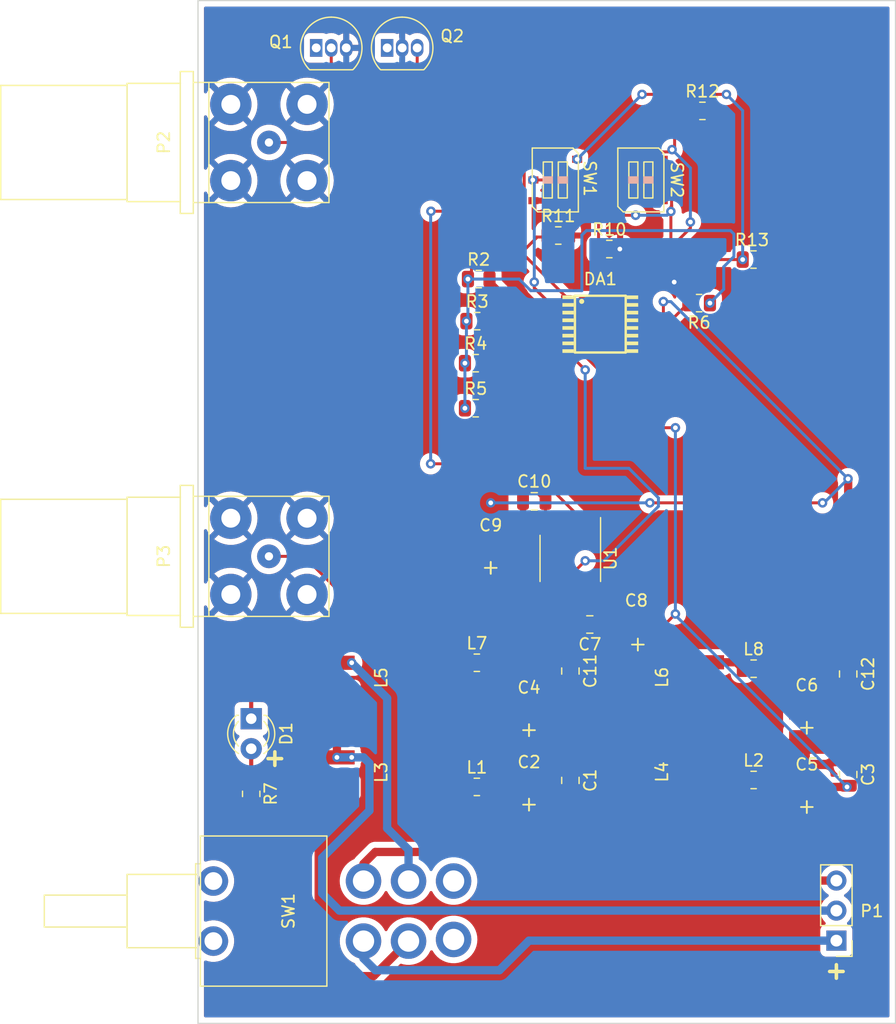
<source format=kicad_pcb>
(kicad_pcb (version 20211014) (generator pcbnew)
  (layers (0 "F.Cu" signal) (31 "B.Cu" signal) (34 "B.Paste" user) (35 "F.Paste" user) (36 "B.SilkS" user "B.Silkscreen") (37 "F.SilkS" user "F.Silkscreen") (38 "B.Mask" user) (39 "F.Mask" user) (44 "Edge.Cuts" user))
  (net 0 "")
  (net 1 "Net-(C1-Pad2)")
  (net 2 "Net-(C1-Pad1)")
  (net 3 "GNDA")
  (net 4 "+12VA")
  (net 5 "Net-(C11-Pad1)")
  (net 6 "-12VA")
  (net 7 "Net-(C14-Pad2)")
  (net 8 "Net-(C20-Pad1)")
  (net 9 "Net-(D1-Pad1)")
  (net 10 "Net-(D1-Pad2)")
  (net 11 "Net-(L1-Pad1)")
  (net 12 "Net-(L2-Pad1)")
  (net 13 "Net-(L3-Pad1)")
  (net 14 "Net-(L3-Pad2)")
  (net 15 "Net-(L5-Pad4)")
  (net 16 "Net-(L6-Pad4)")
  (net 17 "Net-(P1-Pad1)")
  (net 18 "Net-(P1-Pad3)")
  (net 19 "Net-(Q1-Pad1)")
  (net 20 "Net-(Q2-Pad1)")
  (net 21 "Net-(SW1-Pad3)")
  (net 22 "Net-(SW1-Pad6)")
  (net 23 "S1")
  (net 24 "S2")
  (net 25 "S3")
  (net 26 "S4")
  (net 27 "S5")
  (net 28 "A0")
  (net 29 "A1")
  (net 30 "A2")
  (net 31 "EN")
  (footprint "Capacitor_SMD:C_0805_2012Metric" (layer "F.Cu") (at 126.5 140.95 -90)
    (fp_text reference "C1" (at 0 -1.68 90) (layer "F.SilkS"))
    (fp_text value "100nF")
    (pad "1" smd roundrect locked (at -0.95 0 270) (size 1 1.45) (layers "F.Cu" "F.Paste" "F.Mask") (net 2 "Net-(C1-Pad1)"))
    (pad "2" smd roundrect locked (at 0.95 0 270) (size 1 1.45) (layers "F.Cu" "F.Paste" "F.Mask") (net 1 "Net-(C1-Pad2)"))
  )
  (footprint "YC_FootPrint_2021_v1:C_1210_POL_Mine" (layer "F.Cu") (at 123 139.4 90)
    (fp_text reference "C2" (at 0 0) (layer "F.SilkS"))
    (fp_text value "10uF")
    (pad "1" smd rect locked (at -1.9 0 90) (size 2 3) (layers "F.Cu" "F.Paste" "F.Mask") (net 1 "Net-(C1-Pad2)"))
    (pad "2" smd rect locked (at 1.9 0 90) (size 2 3) (layers "F.Cu" "F.Paste" "F.Mask") (net 2 "Net-(C1-Pad1)"))
  )
  (footprint "Capacitor_SMD:C_0805_2012Metric" (layer "F.Cu") (at 150 140.45 -90)
    (fp_text reference "C3" (at 0 -1.68 90) (layer "F.SilkS"))
    (fp_text value "100nF")
    (pad "1" smd roundrect locked (at -0.95 0 270) (size 1 1.45) (layers "F.Cu" "F.Paste" "F.Mask") (net 3 "GNDA"))
    (pad "2" smd roundrect locked (at 0.95 0 270) (size 1 1.45) (layers "F.Cu" "F.Paste" "F.Mask") (net 4 "+12VA"))
  )
  (footprint "YC_FootPrint_2021_v1:C_1210_POL_Mine" (layer "F.Cu") (at 123 133.1 90)
    (fp_text reference "C4" (at 0 0) (layer "F.SilkS"))
    (fp_text value "10uF")
    (pad "1" smd rect locked (at -1.9 0 90) (size 2 3) (layers "F.Cu" "F.Paste" "F.Mask") (net 2 "Net-(C1-Pad1)"))
    (pad "2" smd rect locked (at 1.9 0 90) (size 2 3) (layers "F.Cu" "F.Paste" "F.Mask") (net 5 "Net-(C11-Pad1)"))
  )
  (footprint "YC_FootPrint_2021_v1:C_1210_POL_Mine" (layer "F.Cu") (at 146.5 139.6 90)
    (fp_text reference "C5" (at 0 0) (layer "F.SilkS"))
    (fp_text value "10uF")
    (pad "1" smd rect locked (at -1.9 0 90) (size 2 3) (layers "F.Cu" "F.Paste" "F.Mask") (net 4 "+12VA"))
    (pad "2" smd rect locked (at 1.9 0 90) (size 2 3) (layers "F.Cu" "F.Paste" "F.Mask") (net 3 "GNDA"))
  )
  (footprint "YC_FootPrint_2021_v1:C_1210_POL_Mine" (layer "F.Cu") (at 146.5 132.9 90)
    (fp_text reference "C6" (at 0 0) (layer "F.SilkS"))
    (fp_text value "10uF")
    (pad "1" smd rect locked (at -1.9 0 90) (size 2 3) (layers "F.Cu" "F.Paste" "F.Mask") (net 3 "GNDA"))
    (pad "2" smd rect locked (at 1.9 0 90) (size 2 3) (layers "F.Cu" "F.Paste" "F.Mask") (net 6 "-12VA"))
  )
  (footprint "Capacitor_SMD:C_0805_2012Metric" (layer "F.Cu") (at 128.143 127.762 180)
    (fp_text reference "C7" (at 0 -1.68) (layer "F.SilkS"))
    (fp_text value "0.1uF")
    (pad "1" smd roundrect locked (at -0.95 0 180) (size 1 1.45) (layers "F.Cu" "F.Paste" "F.Mask") (net 3 "GNDA"))
    (pad "2" smd roundrect locked (at 0.95 0 180) (size 1 1.45) (layers "F.Cu" "F.Paste" "F.Mask") (net 4 "+12VA"))
  )
  (footprint "YC_FootPrint_2021_v1:C_1210_POL_Mine" (layer "F.Cu") (at 132.207 125.862 90)
    (fp_text reference "C8" (at 0.1245 -0.127) (layer "F.SilkS"))
    (fp_text value "10uF")
    (pad "1" smd rect locked (at -1.9 0 90) (size 2 3) (layers "F.Cu" "F.Paste" "F.Mask") (net 4 "+12VA"))
    (pad "2" smd rect locked (at 1.9 0 90) (size 2 3) (layers "F.Cu" "F.Paste" "F.Mask") (net 3 "GNDA"))
  )
  (footprint "Capacitor_SMD:C_0805_2012Metric" (layer "F.Cu") (at 123.444 117.348)
    (fp_text reference "C10" (at 0 -1.68) (layer "F.SilkS"))
    (fp_text value "0.1uF")
    (pad "1" smd roundrect locked (at -0.95 0) (size 1 1.45) (layers "F.Cu" "F.Paste" "F.Mask") (net 3 "GNDA"))
    (pad "2" smd roundrect locked (at 0.95 0) (size 1 1.45) (layers "F.Cu" "F.Paste" "F.Mask") (net 6 "-12VA"))
  )
  (footprint "Capacitor_SMD:C_0805_2012Metric" (layer "F.Cu") (at 126.5 131.7 -90)
    (fp_text reference "C11" (at 0 -1.68 90) (layer "F.SilkS"))
    (fp_text value "100nF")
    (pad "1" smd roundrect locked (at -0.95 0 270) (size 1 1.45) (layers "F.Cu" "F.Paste" "F.Mask") (net 5 "Net-(C11-Pad1)"))
    (pad "2" smd roundrect locked (at 0.95 0 270) (size 1 1.45) (layers "F.Cu" "F.Paste" "F.Mask") (net 2 "Net-(C1-Pad1)"))
  )
  (footprint "Capacitor_SMD:C_0805_2012Metric" (layer "F.Cu") (at 150 131.95 -90)
    (fp_text reference "C12" (at 0 -1.68 90) (layer "F.SilkS"))
    (fp_text value "100nF")
    (pad "1" smd roundrect locked (at -0.95 0 270) (size 1 1.45) (layers "F.Cu" "F.Paste" "F.Mask") (net 6 "-12VA"))
    (pad "2" smd roundrect locked (at 0.95 0 270) (size 1 1.45) (layers "F.Cu" "F.Paste" "F.Mask") (net 3 "GNDA"))
  )
  (footprint "Resistor_SMD:R_0805_2012Metric" (layer "F.Cu") (at 118.5875 141.5)
    (fp_text reference "L1" (at 0 -1.65) (layer "F.SilkS"))
    (fp_text value "FB 600 Ohm")
    (pad "1" smd roundrect locked (at -0.9125 0) (size 1.025 1.4) (layers "F.Cu" "F.Paste" "F.Mask") (roundrect_rratio 0.243902) (net 11 "Net-(L1-Pad1)"))
    (pad "2" smd roundrect locked (at 0.9125 0) (size 1.025 1.4) (layers "F.Cu" "F.Paste" "F.Mask") (roundrect_rratio 0.243902) (net 1 "Net-(C1-Pad2)"))
  )
  (footprint "Resistor_SMD:R_0805_2012Metric" (layer "F.Cu") (at 142 140.9125)
    (fp_text reference "L2" (at 0 -1.65) (layer "F.SilkS"))
    (fp_text value "FB 600 Ohm")
    (pad "1" smd roundrect locked (at -0.9125 0) (size 1.025 1.4) (layers "F.Cu" "F.Paste" "F.Mask") (roundrect_rratio 0.243902) (net 12 "Net-(L2-Pad1)"))
    (pad "2" smd roundrect locked (at 0.9125 0) (size 1.025 1.4) (layers "F.Cu" "F.Paste" "F.Mask") (roundrect_rratio 0.243902) (net 4 "+12VA"))
  )
  (footprint "YC_FootPrint_2021_v1:Murata_Choke_1423" (layer "F.Cu") (at 110.5 140.27)
    (fp_text reference "L3" (at 0 0 90) (layer "F.SilkS"))
    (fp_text value "L_Core_Ferrite_Coupled_1423" hide)
    (pad "1" smd rect locked (at -3.75 -1.27) (size 3 1.2) (layers "F.Cu" "F.Paste" "F.Mask") (net 13 "Net-(L3-Pad1)"))
    (pad "2" smd rect locked (at -3.75 1.27) (size 3 1.2) (layers "F.Cu" "F.Paste" "F.Mask") (net 14 "Net-(L3-Pad2)"))
    (pad "3" smd rect locked (at 3.75 1.27) (size 3 1.2) (layers "F.Cu" "F.Paste" "F.Mask") (net 11 "Net-(L1-Pad1)"))
    (pad "4" smd rect locked (at 3.75 -1.27) (size 3 1.2) (layers "F.Cu" "F.Paste" "F.Mask") (net 2 "Net-(C1-Pad1)"))
  )
  (footprint "YC_FootPrint_2021_v1:Murata_Choke_1423" (layer "F.Cu") (at 134.25 140.23)
    (fp_text reference "L4" (at 0 0 90) (layer "F.SilkS"))
    (fp_text value "L_Core_Ferrite_Coupled_1423" hide)
    (pad "1" smd rect locked (at -3.75 -1.27) (size 3 1.2) (layers "F.Cu" "F.Paste" "F.Mask") (net 2 "Net-(C1-Pad1)"))
    (pad "2" smd rect locked (at -3.75 1.27) (size 3 1.2) (layers "F.Cu" "F.Paste" "F.Mask") (net 1 "Net-(C1-Pad2)"))
    (pad "3" smd rect locked (at 3.75 1.27) (size 3 1.2) (layers "F.Cu" "F.Paste" "F.Mask") (net 12 "Net-(L2-Pad1)"))
    (pad "4" smd rect locked (at 3.75 -1.27) (size 3 1.2) (layers "F.Cu" "F.Paste" "F.Mask") (net 3 "GNDA"))
  )
  (footprint "Resistor_SMD:R_0805_2012Metric" (layer "F.Cu") (at 118.5875 131)
    (fp_text reference "L7" (at 0 -1.65) (layer "F.SilkS"))
    (fp_text value "FB 600 Ohm")
    (pad "1" smd roundrect locked (at -0.9125 0) (size 1.025 1.4) (layers "F.Cu" "F.Paste" "F.Mask") (roundrect_rratio 0.243902) (net 15 "Net-(L5-Pad4)"))
    (pad "2" smd roundrect locked (at 0.9125 0) (size 1.025 1.4) (layers "F.Cu" "F.Paste" "F.Mask") (roundrect_rratio 0.243902) (net 5 "Net-(C11-Pad1)"))
  )
  (footprint "Resistor_SMD:R_0805_2012Metric" (layer "F.Cu") (at 142 131.5)
    (fp_text reference "L8" (at 0 -1.65) (layer "F.SilkS"))
    (fp_text value "FB 600 Ohm")
    (pad "1" smd roundrect locked (at -0.9125 0) (size 1.025 1.4) (layers "F.Cu" "F.Paste" "F.Mask") (roundrect_rratio 0.243902) (net 16 "Net-(L6-Pad4)"))
    (pad "2" smd roundrect locked (at 0.9125 0) (size 1.025 1.4) (layers "F.Cu" "F.Paste" "F.Mask") (roundrect_rratio 0.243902) (net 6 "-12VA"))
  )
  (footprint "Package_TO_SOT_THT:TO-92_Inline" (layer "F.Cu") (at 111 79)
    (fp_text reference "Q2" (at 5.5 -1) (layer "F.SilkS"))
    (fp_text value "2N3904")
    (pad "1" thru_hole rect locked (at 0 0) (size 1.05 1.5) (drill 0.75) (layers *.Cu *.Mask) (net 20 "Net-(Q2-Pad1)"))
    (pad "2" thru_hole oval locked (at 1.27 0) (size 1.05 1.5) (drill 0.75) (layers *.Cu *.Mask) (net 3 "GNDA"))
    (pad "3" thru_hole oval locked (at 2.54 0) (size 1.05 1.5) (drill 0.75) (layers *.Cu *.Mask) (net 7 "Net-(C14-Pad2)"))
  )
  (footprint "Resistor_SMD:R_0805_2012Metric" (layer "F.Cu") (at 99.5 142.0875 -90)
    (fp_text reference "R7" (at 0 -1.65 90) (layer "F.SilkS"))
    (fp_text value "2.2k")
    (pad "1" smd roundrect locked (at -0.9125 0 270) (size 1.025 1.4) (layers "F.Cu" "F.Paste" "F.Mask") (roundrect_rratio 0.243902) (net 10 "Net-(D1-Pad2)"))
    (pad "2" smd roundrect locked (at 0.9125 0 270) (size 1.025 1.4) (layers "F.Cu" "F.Paste" "F.Mask") (roundrect_rratio 0.243902) (net 14 "Net-(L3-Pad2)"))
  )
  (footprint "YC_FootPrint_2021_v1:Murata_Choke_1423" (layer "F.Cu") (at 110.5 132.27)
    (fp_text reference "L5" (at 0 0 90) (layer "F.SilkS"))
    (fp_text value "L_Core_Ferrite_Coupled_1423" hide)
    (pad "1" smd rect locked (at -3.75 -1.27) (size 3 1.2) (layers "F.Cu" "F.Paste" "F.Mask") (net 9 "Net-(D1-Pad1)"))
    (pad "2" smd rect locked (at -3.75 1.27) (size 3 1.2) (layers "F.Cu" "F.Paste" "F.Mask") (net 13 "Net-(L3-Pad1)"))
    (pad "3" smd rect locked (at 3.75 1.27) (size 3 1.2) (layers "F.Cu" "F.Paste" "F.Mask") (net 2 "Net-(C1-Pad1)"))
    (pad "4" smd rect locked (at 3.75 -1.27) (size 3 1.2) (layers "F.Cu" "F.Paste" "F.Mask") (net 15 "Net-(L5-Pad4)"))
  )
  (footprint "YC_FootPrint_2021_v1:Murata_Choke_1423" (layer "F.Cu") (at 134.25 132.23)
    (fp_text reference "L6" (at 0 0 90) (layer "F.SilkS"))
    (fp_text value "L_Core_Ferrite_Coupled_1423" hide)
    (pad "1" smd rect locked (at -3.75 -1.27) (size 3 1.2) (layers "F.Cu" "F.Paste" "F.Mask") (net 5 "Net-(C11-Pad1)"))
    (pad "2" smd rect locked (at -3.75 1.27) (size 3 1.2) (layers "F.Cu" "F.Paste" "F.Mask") (net 2 "Net-(C1-Pad1)"))
    (pad "3" smd rect locked (at 3.75 1.27) (size 3 1.2) (layers "F.Cu" "F.Paste" "F.Mask") (net 3 "GNDA"))
    (pad "4" smd rect locked (at 3.75 -1.27) (size 3 1.2) (layers "F.Cu" "F.Paste" "F.Mask") (net 16 "Net-(L6-Pad4)"))
  )
  (footprint "Connector_PinHeader_2.54mm:PinHeader_1x03_P2.54mm_Vertical" (layer "F.Cu") (at 149 154.5 180)
    (fp_text reference "P1" (at -3 2.5) (layer "F.SilkS"))
    (fp_text value "CONN_01X03")
    (pad "1" thru_hole rect locked (at 0 0 180) (size 1.7 1.7) (drill 1) (layers *.Cu *.Mask) (net 17 "Net-(P1-Pad1)"))
    (pad "2" thru_hole oval locked (at 0 2.54 180) (size 1.7 1.7) (drill 1) (layers *.Cu *.Mask) (net 13 "Net-(L3-Pad1)"))
    (pad "3" thru_hole oval locked (at 0 5.08 180) (size 1.7 1.7) (drill 1) (layers *.Cu *.Mask) (net 18 "Net-(P1-Pad3)"))
  )
  (footprint "YC_FootPrint_2021_v1:C_1210_POL_Mine" (layer "F.Cu") (at 119.761 119.375 90)
    (fp_text reference "C9" (at 0 0) (layer "F.SilkS"))
    (fp_text value "10uF")
    (pad "1" smd rect locked (at -1.9 0 90) (size 2 3) (layers "F.Cu" "F.Paste" "F.Mask") (net 3 "GNDA"))
    (pad "2" smd rect locked (at 1.9 0 90) (size 2 3) (layers "F.Cu" "F.Paste" "F.Mask") (net 6 "-12VA"))
  )
  (footprint "Package_TO_SOT_THT:TO-92_Inline" (layer "F.Cu") (at 105 79)
    (fp_text reference "Q1" (at -3 -0.5) (layer "F.SilkS"))
    (fp_text value "2N3904")
    (pad "1" thru_hole rect locked (at 0 0) (size 1.05 1.5) (drill 0.75) (layers *.Cu *.Mask) (net 19 "Net-(Q1-Pad1)"))
    (pad "2" thru_hole oval locked (at 1.27 0) (size 1.05 1.5) (drill 0.75) (layers *.Cu *.Mask) (net 7 "Net-(C14-Pad2)"))
    (pad "3" thru_hole oval locked (at 2.54 0) (size 1.05 1.5) (drill 0.75) (layers *.Cu *.Mask) (net 3 "GNDA"))
  )
  (footprint "YC_FootPrint_2021_v1:LED_D3.0mm" (layer "F.Cu") (at 99.5 137 -90)
    (fp_text reference "D1" (at 0 -2.96 90) (layer "F.SilkS"))
    (fp_text value "LED")
    (pad "1" thru_hole rect locked (at -1.27 0 270) (size 1.8 1.8) (drill 0.9) (layers *.Cu *.Mask) (net 9 "Net-(D1-Pad1)"))
    (pad "2" thru_hole circle locked (at 1.27 0 270) (size 1.8 1.8) (drill 0.9) (layers *.Cu *.Mask) (net 10 "Net-(D1-Pad2)"))
  )
  (footprint "YC_FootPrint_2021_v1:BNC_PCB_90degree" (layer "F.Cu") (at 101 87 -90)
    (fp_text reference "P2" (at 0 8.89 90) (layer "F.SilkS"))
    (fp_text value "BNC")
    (pad "1" thru_hole circle locked (at 0 0 270) (size 2 2) (drill 0.7) (layers *.Cu *.Mask) (net 7 "Net-(C14-Pad2)"))
    (pad "2" thru_hole circle locked (at 3.225 3.225 270) (size 3.5 3.5) (drill 1.6) (layers *.Cu *.Mask) (net 3 "GNDA"))
    (pad "2" thru_hole circle locked (at 3.225 -3.225 270) (size 3.5 3.5) (drill 1.6) (layers *.Cu *.Mask) (net 3 "GNDA"))
    (pad "2" thru_hole circle locked (at -3.225 3.225 270) (size 3.5 3.5) (drill 1.6) (layers *.Cu *.Mask) (net 3 "GNDA"))
    (pad "2" thru_hole circle locked (at -3.225 -3.225 270) (size 3.5 3.5) (drill 1.6) (layers *.Cu *.Mask) (net 3 "GNDA"))
  )
  (footprint "YC_FootPrint_2021_v1:BNC_PCB_90degree" (layer "F.Cu") (at 101 122 -90)
    (fp_text reference "P3" (at 0 8.89 90) (layer "F.SilkS"))
    (fp_text value "BNC")
    (pad "1" thru_hole circle locked (at 0 0 270) (size 2 2) (drill 0.7) (layers *.Cu *.Mask) (net 8 "Net-(C20-Pad1)"))
    (pad "2" thru_hole circle locked (at 3.225 3.225 270) (size 3.5 3.5) (drill 1.6) (layers *.Cu *.Mask) (net 3 "GNDA"))
    (pad "2" thru_hole circle locked (at 3.225 -3.225 270) (size 3.5 3.5) (drill 1.6) (layers *.Cu *.Mask) (net 3 "GNDA"))
    (pad "2" thru_hole circle locked (at -3.225 -3.225 270) (size 3.5 3.5) (drill 1.6) (layers *.Cu *.Mask) (net 3 "GNDA"))
    (pad "2" thru_hole circle locked (at -3.225 3.225 270) (size 3.5 3.5) (drill 1.6) (layers *.Cu *.Mask) (net 3 "GNDA"))
  )
  (footprint "YC_FootPrint_2021_v1:Toggle_PCB" (layer "F.Cu") (at 109 152 -90)
    (fp_text reference "SW1" (at 0 6.35 90) (layer "F.SilkS"))
    (fp_text value "Toggle_SW_PCB")
    (pad "" thru_hole circle locked (at 2.54 12.7 270) (size 2.5 2.5) (drill 1.5) (layers *.Cu *.Mask))
    (pad "" thru_hole circle locked (at -2.54 12.7 270) (size 2.5 2.5) (drill 1.5) (layers *.Cu *.Mask))
    (pad "1" thru_hole circle locked (at -2.54 0 270) (size 3 3) (drill 1.8) (layers *.Cu *.Mask) (net 18 "Net-(P1-Pad3)"))
    (pad "2" thru_hole circle locked (at -2.54 -3.81 270) (size 3 3) (drill 1.8) (layers *.Cu *.Mask) (net 9 "Net-(D1-Pad1)"))
    (pad "3" thru_hole circle locked (at -2.54 -7.62 270) (size 3 3) (drill 1.8) (layers *.Cu *.Mask) (net 21 "Net-(SW1-Pad3)"))
    (pad "4" thru_hole circle locked (at 2.54 0 270) (size 3 3) (drill 1.8) (layers *.Cu *.Mask) (net 17 "Net-(P1-Pad1)"))
    (pad "5" thru_hole circle locked (at 2.54 -3.81 270) (size 3 3) (drill 1.8) (layers *.Cu *.Mask) (net 14 "Net-(L3-Pad2)"))
    (pad "6" thru_hole circle locked (at 2.4 -7.62 270) (size 3 3) (drill 1.8) (layers *.Cu *.Mask) (net 22 "Net-(SW1-Pad6)"))
  )
  (footprint "Resistor_SMD:R_0805_2012Metric" (layer "F.Cu") (at 141.986 96.901)
    (fp_text reference "R13" (at -0.127 -1.65) (layer "F.SilkS"))
    (fp_text value "10k")
    (pad "1" smd roundrect (at -0.9125 0) (size 1.025 1.4) (layers "F.Cu" "F.Paste" "F.Mask") (roundrect_rratio 0.243902) (net 29 "A1"))
    (pad "2" smd roundrect (at 0.9125 0) (size 1.025 1.4) (layers "F.Cu" "F.Paste" "F.Mask") (roundrect_rratio 0.243902) (net 3 "GNDA"))
  )
  (footprint "Resistor_SMD:R_0805_2012Metric" (layer "F.Cu") (at 137.668 84.328)
    (fp_text reference "R12" (at 0 -1.65) (layer "F.SilkS"))
    (fp_text value "10k")
    (pad "1" smd roundrect (at -0.9125 0) (size 1.025 1.4) (layers "F.Cu" "F.Paste" "F.Mask") (roundrect_rratio 0.243902) (net 30 "A2"))
    (pad "2" smd roundrect (at 0.9125 0) (size 1.025 1.4) (layers "F.Cu" "F.Paste" "F.Mask") (roundrect_rratio 0.243902) (net 3 "GNDA"))
  )
  (footprint "Resistor_SMD:R_0805_2012Metric" (layer "F.Cu") (at 118.618 102.108)
    (fp_text reference "R3" (at 0 -1.65) (layer "F.SilkS"))
    (fp_text value "1M")
    (pad "1" smd roundrect (at -0.9125 0) (size 1.025 1.4) (layers "F.Cu" "F.Paste" "F.Mask") (roundrect_rratio 0.243902) (net 7 "Net-(C14-Pad2)"))
    (pad "2" smd roundrect (at 0.9125 0) (size 1.025 1.4) (layers "F.Cu" "F.Paste" "F.Mask") (roundrect_rratio 0.243902) (net 24 "S2"))
  )
  (footprint "Resistor_SMD:R_0805_2012Metric" (layer "F.Cu") (at 118.491 105.664)
    (fp_text reference "R4" (at 0 -1.65) (layer "F.SilkS"))
    (fp_text value "10M")
    (pad "1" smd roundrect (at -0.9125 0) (size 1.025 1.4) (layers "F.Cu" "F.Paste" "F.Mask") (roundrect_rratio 0.243902) (net 7 "Net-(C14-Pad2)"))
    (pad "2" smd roundrect (at 0.9125 0) (size 1.025 1.4) (layers "F.Cu" "F.Paste" "F.Mask") (roundrect_rratio 0.243902) (net 25 "S3"))
  )
  (footprint "ADG1408:TSSOP16_TERM" (layer "F.Cu") (at 129.032 102.362)
    (fp_text reference "DA1" (at 0 -3.81) (layer "F.SilkS"))
    (fp_text value "ADG1408")
    (pad "1" smd rect locked (at -2.875 -2.275) (size 0.9 0.35) (layers "F.Cu" "F.Paste" "F.Mask") (net 28 "A0"))
    (pad "2" smd rect locked (at -2.875 -1.625) (size 0.9 0.35) (layers "F.Cu" "F.Paste" "F.Mask") (net 31 "EN"))
    (pad "3" smd rect locked (at -2.875 -0.975) (size 0.9 0.35) (layers "F.Cu" "F.Paste" "F.Mask") (net 4 "+12VA"))
    (pad "4" smd rect locked (at -2.875 -0.325) (size 0.9 0.35) (layers "F.Cu" "F.Paste" "F.Mask") (net 23 "S1"))
    (pad "5" smd rect locked (at -2.875 0.325) (size 0.9 0.35) (layers "F.Cu" "F.Paste" "F.Mask") (net 24 "S2"))
    (pad "6" smd rect locked (at -2.875 0.975) (size 0.9 0.35) (layers "F.Cu" "F.Paste" "F.Mask") (net 25 "S3"))
    (pad "7" smd rect locked (at -2.875 1.625) (size 0.9 0.35) (layers "F.Cu" "F.Paste" "F.Mask") (net 26 "S4"))
    (pad "8" smd rect locked (at -2.875 2.275) (size 0.9 0.35) (layers "F.Cu" "F.Paste" "F.Mask") (net 8 "Net-(C20-Pad1)"))
    (pad "9" smd rect locked (at 2.875 2.275 180) (size 0.9 0.35) (layers "F.Cu" "F.Paste" "F.Mask") (net 3 "GNDA"))
    (pad "10" smd rect locked (at 2.875 1.625 180) (size 0.9 0.35) (layers "F.Cu" "F.Paste" "F.Mask") (net 3 "GNDA"))
    (pad "11" smd rect locked (at 2.875 0.975 180) (size 0.9 0.35) (layers "F.Cu" "F.Paste" "F.Mask") (net 3 "GNDA"))
    (pad "12" smd rect locked (at 2.875 0.325 180) (size 0.9 0.35) (layers "F.Cu" "F.Paste" "F.Mask") (net 27 "S5"))
    (pad "13" smd rect locked (at 2.875 -0.325 180) (size 0.9 0.35) (layers "F.Cu" "F.Paste" "F.Mask") (net 6 "-12VA"))
    (pad "14" smd rect locked (at 2.875 -0.975 180) (size 0.9 0.35) (layers "F.Cu" "F.Paste" "F.Mask") (net 3 "GNDA"))
    (pad "15" smd rect locked (at 2.875 -1.625 180) (size 0.9 0.35) (layers "F.Cu" "F.Paste" "F.Mask") (net 30 "A2"))
    (pad "16" smd rect locked (at 2.875 -2.275 180) (size 0.9 0.35) (layers "F.Cu" "F.Paste" "F.Mask") (net 29 "A1"))
    (pad "P$1" smd rect locked (at 0 0 90) (size 3.7 3) (layers "F.Cu" "F.Paste" "F.Mask"))
  )
  (footprint "Resistor_SMD:R_0805_2012Metric" (layer "F.Cu") (at 137.3905 100.584 180)
    (fp_text reference "R6" (at 0 -1.65 180) (layer "F.SilkS"))
    (fp_text value "1G")
    (pad "1" smd roundrect (at -0.9125 0 180) (size 1.025 1.4) (layers "F.Cu" "F.Paste" "F.Mask") (roundrect_rratio 0.243902) (net 7 "Net-(C14-Pad2)"))
    (pad "2" smd roundrect (at 0.9125 0 180) (size 1.025 1.4) (layers "F.Cu" "F.Paste" "F.Mask") (roundrect_rratio 0.243902) (net 27 "S5"))
  )
  (footprint "Resistor_SMD:R_0805_2012Metric" (layer "F.Cu") (at 129.794 96.012)
    (fp_text reference "R10" (at 0 -1.65) (layer "F.SilkS"))
    (fp_text value "10k")
    (pad "1" smd roundrect (at -0.9125 0) (size 1.025 1.4) (layers "F.Cu" "F.Paste" "F.Mask") (roundrect_rratio 0.243902) (net 31 "EN"))
    (pad "2" smd roundrect (at 0.9125 0) (size 1.025 1.4) (layers "F.Cu" "F.Paste" "F.Mask") (roundrect_rratio 0.243902) (net 3 "GNDA"))
  )
  (footprint "Resistor_SMD:R_0805_2012Metric" (layer "F.Cu") (at 125.476 94.869)
    (fp_text reference "R11" (at 0 -1.65) (layer "F.SilkS"))
    (fp_text value "10k")
    (pad "1" smd roundrect (at -0.9125 0) (size 1.025 1.4) (layers "F.Cu" "F.Paste" "F.Mask") (roundrect_rratio 0.243902) (net 28 "A0"))
    (pad "2" smd roundrect (at 0.9125 0) (size 1.025 1.4) (layers "F.Cu" "F.Paste" "F.Mask") (roundrect_rratio 0.243902) (net 3 "GNDA"))
  )
  (footprint "My library:CAS-D20A1" (layer "F.Cu") (at 132.461 90.17 -90)
    (fp_text reference "SW2" (at 0 -3.048 -90 unlocked) (layer "F.SilkS"))
    (fp_text value "CAS-D20A1")
    (pad "1" smd rect (at -1.75 1.85) (size 0.85 0.6) (layers "F.Cu" "F.Paste" "F.Mask") (net 30 "A2"))
    (pad "2" smd rect (at 0 1.85) (size 0.85 0.6) (layers "F.Cu" "F.Paste" "F.Mask") (net 4 "+12VA"))
    (pad "3" smd rect (at 1.75 1.85) (size 0.85 0.6) (layers "F.Cu" "F.Paste" "F.Mask") (net 3 "GNDA"))
    (pad "4" smd rect (at -1.75 -1.85) (size 0.85 0.6) (layers "F.Cu" "F.Paste" "F.Mask") (net 31 "EN"))
    (pad "5" smd rect (at 0 -1.85) (size 0.85 0.6) (layers "F.Cu" "F.Paste" "F.Mask") (net 4 "+12VA"))
    (pad "6" smd rect (at 1.75 -1.85) (size 0.85 0.6) (layers "F.Cu" "F.Paste" "F.Mask") (net 3 "GNDA"))
  )
  (footprint "Resistor_SMD:R_0805_2012Metric" (layer "F.Cu") (at 118.745 98.552)
    (fp_text reference "R2" (at 0 -1.65) (layer "F.SilkS"))
    (fp_text value "100k")
    (pad "1" smd roundrect (at -0.9125 0) (size 1.025 1.4) (layers "F.Cu" "F.Paste" "F.Mask") (roundrect_rratio 0.243902) (net 7 "Net-(C14-Pad2)"))
    (pad "2" smd roundrect (at 0.9125 0) (size 1.025 1.4) (layers "F.Cu" "F.Paste" "F.Mask") (roundrect_rratio 0.243902) (net 23 "S1"))
  )
  (footprint "My library:CAS-D20A1" (layer "F.Cu") (at 125.222 90.17 -90)
    (fp_text reference "SW1" (at -0.127 -2.921 -90 unlocked) (layer "F.SilkS"))
    (fp_text value "CAS-D20A1")
    (pad "1" smd rect (at -1.75 1.85) (size 0.85 0.6) (layers "F.Cu" "F.Paste" "F.Mask") (net 28 "A0"))
    (pad "2" smd rect (at 0 1.85) (size 0.85 0.6) (layers "F.Cu" "F.Paste" "F.Mask") (net 4 "+12VA"))
    (pad "3" smd rect (at 1.75 1.85) (size 0.85 0.6) (layers "F.Cu" "F.Paste" "F.Mask") (net 3 "GNDA"))
    (pad "4" smd rect (at -1.75 -1.85) (size 0.85 0.6) (layers "F.Cu" "F.Paste" "F.Mask") (net 29 "A1"))
    (pad "5" smd rect (at 0 -1.85) (size 0.85 0.6) (layers "F.Cu" "F.Paste" "F.Mask") (net 4 "+12VA"))
    (pad "6" smd rect (at 1.75 -1.85) (size 0.85 0.6) (layers "F.Cu" "F.Paste" "F.Mask") (net 3 "GNDA"))
  )
  (footprint "Resistor_SMD:R_0805_2012Metric" (layer "F.Cu") (at 118.491 109.474)
    (fp_text reference "R5" (at 0 -1.65) (layer "F.SilkS"))
    (fp_text value "100M")
    (pad "1" smd roundrect (at -0.9125 0) (size 1.025 1.4) (layers "F.Cu" "F.Paste" "F.Mask") (roundrect_rratio 0.243902) (net 7 "Net-(C14-Pad2)"))
    (pad "2" smd roundrect (at 0.9125 0) (size 1.025 1.4) (layers "F.Cu" "F.Paste" "F.Mask") (roundrect_rratio 0.243902) (net 26 "S4"))
  )
  (footprint "Package_SO:SOIC-8_3.9x4.9mm_P1.27mm" (layer "F.Cu") (at 126.492 122.174 -90)
    (fp_text reference "U1" (at 0 -3.4 90) (layer "F.SilkS"))
    (fp_text value "OPA828")
    (pad "1" smd roundrect (at -2.475 -1.905 270) (size 1.95 0.6) (layers "F.Cu" "F.Paste" "F.Mask"))
    (pad "2" smd roundrect (at -2.475 -0.635 270) (size 1.95 0.6) (layers "F.Cu" "F.Paste" "F.Mask") (net 7 "Net-(C14-Pad2)"))
    (pad "3" smd roundrect (at -2.475 0.635 270) (size 1.95 0.6) (layers "F.Cu" "F.Paste" "F.Mask") (net 3 "GNDA"))
    (pad "4" smd roundrect (at -2.475 1.905 270) (size 1.95 0.6) (layers "F.Cu" "F.Paste" "F.Mask") (net 6 "-12VA"))
    (pad "5" smd roundrect (at 2.475 1.905 270) (size 1.95 0.6) (layers "F.Cu" "F.Paste" "F.Mask"))
    (pad "6" smd roundrect (at 2.475 0.635 270) (size 1.95 0.6) (layers "F.Cu" "F.Paste" "F.Mask") (net 8 "Net-(C20-Pad1)"))
    (pad "7" smd roundrect (at 2.475 -0.635 270) (size 1.95 0.6) (layers "F.Cu" "F.Paste" "F.Mask") (net 4 "+12VA"))
    (pad "8" smd roundrect (at 2.475 -1.905 270) (size 1.95 0.6) (layers "F.Cu" "F.Paste" "F.Mask"))
  )
  (gr_line (start 154 75) (end 95 75) (layer "Edge.Cuts") (width 0.1))
  (gr_line (start 95 161.5) (end 154 161.5) (layer "Edge.Cuts") (width 0.1))
  (gr_line (start 95 75) (end 95 161.5) (layer "Edge.Cuts") (width 0.1))
  (gr_line (start 154 161.5) (end 154 75) (layer "Edge.Cuts") (width 0.1))
  (gr_text "+" (at 101.5 139) (layer "F.SilkS") (effects (font (size 1.5 1.5) (thickness 0.3))))
  (gr_text "+" (at 149 157) (layer "F.SilkS") (effects (font (size 1.5 1.5) (thickness 0.3))))
  (segment (start 122.8 141.5) (end 123 141.3) (width 0.7) (layer "F.Cu") (net 1))
  (segment (start 126.5 141.9) (end 130.1 141.9) (width 0.7) (layer "F.Cu") (net 1))
  (segment (start 125.9 141.3) (end 126.5 141.9) (width 0.7) (layer "F.Cu") (net 1))
  (segment (start 123 141.3) (end 125.9 141.3) (width 0.7) (layer "F.Cu") (net 1))
  (segment (start 119.5 141.5) (end 122.8 141.5) (width 0.7) (layer "F.Cu") (net 1))
  (segment (start 130.1 141.9) (end 130.5 141.5) (width 0.7) (layer "F.Cu") (net 1))
  (segment (start 122.75 136.25) (end 123 136) (width 0.7) (layer "F.Cu") (net 2))
  (segment (start 114.25 136.25) (end 114.25 139) (width 0.7) (layer "F.Cu") (net 2))
  (segment (start 126.5 140) (end 127.5 139) (width 0.7) (layer "F.Cu") (net 2))
  (segment (start 128.15 132.65) (end 129 133.5) (width 0.7) (layer "F.Cu") (net 2))
  (segment (start 126.5 133.5) (end 126.5 132.65) (width 0.7) (layer "F.Cu") (net 2))
  (segment (start 123 135) (end 123 136) (width 0.7) (layer "F.Cu") (net 2))
  (segment (start 123 135) (end 125 135) (width 0.7) (layer "F.Cu") (net 2))
  (segment (start 123 136) (end 123 137.5) (width 0.7) (layer "F.Cu") (net 2))
  (segment (start 130.46 139) (end 130.5 138.96) (width 0.7) (layer "F.Cu") (net 2))
  (segment (start 126.5 132.65) (end 128.15 132.65) (width 0.7) (layer "F.Cu") (net 2))
  (segment (start 126.5 139) (end 126.5 140) (width 0.7) (layer "F.Cu") (net 2))
  (segment (start 129 133.5) (end 130.5 133.5) (width 0.7) (layer "F.Cu") (net 2))
  (segment (start 125 137.5) (end 126.5 139) (width 0.7) (layer "F.Cu") (net 2))
  (segment (start 123 137.5) (end 125 137.5) (width 0.7) (layer "F.Cu") (net 2))
  (segment (start 114.25 136.25) (end 122.75 136.25) (width 0.7) (layer "F.Cu") (net 2))
  (segment (start 125 135) (end 126.5 133.5) (width 0.7) (layer "F.Cu") (net 2))
  (segment (start 127.5 139) (end 130.46 139) (width 0.7) (layer "F.Cu") (net 2))
  (segment (start 114.25 133.54) (end 114.25 136.25) (width 0.7) (layer "F.Cu") (net 2))
  (segment (start 122.494 117.175) (end 122.507 117.162) (width 0.25) (layer "F.Cu") (net 3))
  (segment (start 127.072 94.1855) (end 127.072 91.92) (width 0.25) (layer "F.Cu") (net 3))
  (segment (start 130.611 91.92) (end 134.311 91.92) (width 0.25) (layer "F.Cu") (net 3))
  (segment (start 133.604 98.806) (end 132.715 99.695) (width 0.25) (layer "F.Cu") (net 3))
  (segment (start 126.3885 94.869) (end 127.072 94.1855) (width 0.25) (layer "F.Cu") (net 3))
  (segment (start 135.280802 98.806) (end 133.604 98.806) (width 0.25) (layer "F.Cu") (net 3))
  (segment (start 132.715 99.695) (end 132.715 101.346) (width 0.25) (layer "F.Cu") (net 3))
  (segment (start 132.715 101.346) (end 132.674 101.387) (width 0.25) (layer "F.Cu") (net 3))
  (segment (start 132.674 101.387) (end 131.907 101.387) (width 0.25) (layer "F.Cu") (net 3))
  (segment (start 130.7065 96.012) (end 130.683 96.012) (width 0.25) (layer "F.Cu") (net 3))
  (segment (start 122.494 117.348) (end 122.494 117.175) (width 0.25) (layer "F.Cu") (net 3))
  (via (at 135.280802 98.806) (size 0.8) (drill 0.4) (layers "F.Cu" "B.Cu") (net 3))
  (via (at 130.683 96.012) (size 0.8) (drill 0.4) (layers "F.Cu" "B.Cu") (net 3))
  (segment (start 133.477 98.806) (end 135.280802 98.806) (width 0.25) (layer "B.Cu") (net 3))
  (segment (start 130.683 96.012) (end 133.477 98.806) (width 0.25) (layer "B.Cu") (net 3))
  (segment (start 123.444 99.299) (end 125.682 101.537) (width 0.25) (layer "F.Cu") (net 4))
  (segment (start 127.072 90.17) (end 130.611 90.17) (width 0.25) (layer "F.Cu") (net 4))
  (segment (start 127.193 127.762) (end 127.193 124.715) (width 0.25) (layer "F.Cu") (net 4))
  (segment (start 123.444 98.806) (end 123.444 99.299) (width 0.25) (layer "F.Cu") (net 4))
  (segment (start 127 104.33) (end 127 101.346) (width 0.25) (layer "F.Cu") (net 4))
  (segment (start 127.32 124.842) (end 127.127 124.649) (width 0.25) (layer "F.Cu") (net 4))
  (segment (start 135.382 126.873) (end 134.493 127.762) (width 0.25) (layer "F.Cu") (net 4))
  (segment (start 128.243 128.812) (end 127.193 127.762) (width 0.25) (layer "F.Cu") (net 4))
  (segment (start 123.372 90.17) (end 123.317 90.17) (width 0.25) (layer "F.Cu") (net 4))
  (segment (start 125.532 101.387) (end 126.157 101.387) (width 0.25) (layer "F.Cu") (net 4))
  (segment (start 125.682 101.537) (end 126.932 101.537) (width 0.25) (layer "F.Cu") (net 4))
  (segment (start 133.795 111.125) (end 127 104.33) (width 0.25) (layer "F.Cu") (net 4))
  (segment (start 134.493 127.762) (end 132.207 127.762) (width 0.25) (layer "F.Cu") (net 4))
  (segment (start 132.207 127.762) (end 131.157 128.812) (width 0.25) (layer "F.Cu") (net 4))
  (segment (start 123.444 99.299) (end 125.532 101.387) (width 0.25) (layer "F.Cu") (net 4))
  (segment (start 123.372 90.17) (end 127.072 90.17) (width 0.25) (layer "F.Cu") (net 4))
  (segment (start 150 141.4) (end 149.9 141.5) (width 0.5) (layer "F.Cu") (net 4))
  (segment (start 146.5 141.5) (end 149.9 141.5) (width 0.7) (layer "F.Cu") (net 4))
  (segment (start 127.193 124.715) (end 127.127 124.649) (width 0.25) (layer "F.Cu") (net 4))
  (segment (start 130.611 90.17) (end 134.311 90.17) (width 0.25) (layer "F.Cu") (net 4))
  (segment (start 142.9125 140.9125) (end 143.4125 140.9125) (width 0.7) (layer "F.Cu") (net 4))
  (segment (start 144 141.5) (end 146.5 141.5) (width 0.7) (layer "F.Cu") (net 4))
  (segment (start 135.382 111.125) (end 133.795 111.125) (width 0.25) (layer "F.Cu") (net 4))
  (segment (start 131.157 128.812) (end 128.243 128.812) (width 0.25) (layer "F.Cu") (net 4))
  (segment (start 143.4125 140.9125) (end 144 141.5) (width 0.7) (layer "F.Cu") (net 4))
  (via (at 149.9 141.5) (size 0.8) (drill 0.4) (layers "F.Cu" "B.Cu") (net 4))
  (via (at 123.444 98.806) (size 0.8) (drill 0.4) (layers "F.Cu" "B.Cu") (net 4))
  (via (at 135.382 126.873) (size 0.8) (drill 0.4) (layers "F.Cu" "B.Cu") (net 4))
  (via (at 123.317 90.17) (size 0.8) (drill 0.4) (layers "F.Cu" "B.Cu") (net 4))
  (via (at 135.382 111.125) (size 0.8) (drill 0.4) (layers "F.Cu" "B.Cu") (net 4))
  (segment (start 135.4 127) (end 135.4 126.891) (width 0.25) (layer "B.Cu") (net 4))
  (segment (start 123.444 90.297) (end 123.317 90.17) (width 0.25) (layer "B.Cu") (net 4))
  (segment (start 135.4 126.891) (end 135.382 126.873) (width 0.25) (layer "B.Cu") (net 4))
  (segment (start 135.382 126.873) (end 135.382 111.125) (width 0.25) (layer "B.Cu") (net 4))
  (segment (start 135.4 127) (end 149.9 141.5) (width 0.25) (layer "B.Cu") (net 4))
  (segment (start 123.444 98.806) (end 123.444 90.297) (width 0.25) (layer "B.Cu") (net 4))
  (segment (start 130.29 130.75) (end 130.5 130.96) (width 0.7) (layer "F.Cu") (net 5))
  (segment (start 123 131.2) (end 123 131) (width 0.7) (layer "F.Cu") (net 5))
  (segment (start 123 131) (end 126.25 131) (width 0.7) (layer "F.Cu") (net 5))
  (segment (start 122.8 131) (end 123 131.2) (width 0.7) (layer "F.Cu") (net 5))
  (segment (start 126.25 131) (end 126.5 130.75) (width 0.7) (layer "F.Cu") (net 5))
  (segment (start 119.5 131) (end 122.8 131) (width 0.7) (layer "F.Cu") (net 5))
  (segment (start 126.5 130.75) (end 130.29 130.75) (width 0.7) (layer "F.Cu") (net 5))
  (segment (start 119.561 117.275) (end 119.761 117.475) (width 0.25) (layer "F.Cu") (net 6))
  (segment (start 131.907 102.037) (end 134.183 102.037) (width 0.25) (layer "F.Cu") (net 6))
  (segment (start 124.394 117.348) (end 124.394 119.506) (width 0.25) (layer "F.Cu") (net 6))
  (segment (start 134.183 102.037) (end 134.366 101.854) (width 0.25) (layer "F.Cu") (net 6))
  (segment (start 119.761 117.475) (end 120.938 116.298) (width 0.25) (layer "F.Cu") (net 6))
  (segment (start 120.938 116.298) (end 123.344 116.298) (width 0.25) (layer "F.Cu") (net 6))
  (segment (start 143 131.5) (end 143.5 131) (width 0.7) (layer "F.Cu") (net 6))
  (segment (start 124.394 119.506) (end 124.587 119.699) (width 0.25) (layer "F.Cu") (net 6))
  (segment (start 150 115.456) (end 149.987 115.443) (width 0.7) (layer "F.Cu") (net 6))
  (segment (start 123.344 116.298) (end 124.394 117.348) (width 0.25) (layer "F.Cu") (net 6))
  (segment (start 146.5 131) (end 150 131) (width 0.7) (layer "F.Cu") (net 6))
  (segment (start 150 131) (end 150 115.456) (width 0.7) (layer "F.Cu") (net 6))
  (segment (start 143.5 131) (end 146.5 131) (width 0.7) (layer "F.Cu") (net 6))
  (segment (start 133.223 117.475) (end 147.828 117.475) (width 0.25) (layer "F.Cu") (net 6))
  (segment (start 119.761 117.475) (end 119.211 117.475) (width 0.25) (layer "F.Cu") (net 6))
  (segment (start 142.9125 131.5) (end 143 131.5) (width 0.7) (layer "F.Cu") (net 6))
  (segment (start 134.366 101.854) (end 134.366 100.457) (width 0.25) (layer "F.Cu") (net 6))
  (via (at 134.366 100.457) (size 0.8) (drill 0.4) (layers "F.Cu" "B.Cu") (net 6))
  (via (at 119.761 117.475) (size 0.8) (drill 0.4) (layers "F.Cu" "B.Cu") (net 6))
  (via (at 134.366 100.457) (size 0.8) (drill 0.4) (layers "F.Cu" "B.Cu") (net 6))
  (via (at 133.223 117.475) (size 0.8) (drill 0.4) (layers "F.Cu" "B.Cu") (net 6))
  (via (at 147.828 117.475) (size 0.8) (drill 0.4) (layers "F.Cu" "B.Cu") (net 6))
  (via (at 149.987 115.443) (size 0.8) (drill 0.4) (layers "F.Cu" "B.Cu") (net 6))
  (segment (start 147.955 117.475) (end 149.987 115.443) (width 0.25) (layer "B.Cu") (net 6))
  (segment (start 150 115.602) (end 150 115.456) (width 0.25) (layer "B.Cu") (net 6))
  (segment (start 150 115.456) (end 149.987 115.443) (width 0.25) (layer "B.Cu") (net 6))
  (segment (start 119.761 117.475) (end 133.223 117.475) (width 0.25) (layer "B.Cu") (net 6))
  (segment (start 135.001 100.457) (end 134.366 100.457) (width 0.25) (layer "B.Cu") (net 6))
  (segment (start 149.987 115.443) (end 135.001 100.457) (width 0.25) (layer "B.Cu") (net 6))
  (segment (start 114.7045 92.8135) (end 118.1335 92.8135) (width 0.25) (layer "F.Cu") (net 7))
  (segment (start 109 87) (end 109.25 86.75) (width 0.25) (layer "F.Cu") (net 7))
  (segment (start 113.725 80.645) (end 113.54 80.46) (width 0.25) (layer "F.Cu") (net 7))
  (segment (start 118.1335 80.645) (end 113.725 80.645) (width 0.25) (layer "F.Cu") (net 7))
  (segment (start 113 81) (end 113.54 80.46) (width 0.25) (layer "F.Cu") (net 7))
  (segment (start 118.1335 98.251) (end 118.1335 92.8135) (width 0.25) (layer "F.Cu") (net 7))
  (segment (start 101 87) (end 109 87) (width 0.25) (layer "F.Cu") (net 7))
  (segment (start 127.127 118.542827) (end 127.127 119.699) (width 0.25) (layer "F.Cu") (net 7))
  (segment (start 109.25 81.25) (end 109 81) (width 0.25) (layer "F.Cu") (net 7))
  (segment (start 122.757173 114.173) (end 114.681 114.173) (width 0.25) (layer "F.Cu") (net 7))
  (segment (start 117.8325 98.552) (end 118.1335 98.251) (width 0.25) (layer "F.Cu") (net 7))
  (segment (start 109 81) (end 113 81) (width 0.25) (layer "F.Cu") (net 7))
  (segment (start 113.54 80.46) (end 113.54 79) (width 0.25) (layer "F.Cu") (net 7))
  (segment (start 106.27 79) (end 106.27 80.27) (width 0.25) (layer "F.Cu") (net 7))
  (segment (start 109.25 86.75) (end 109.25 81.25) (width 0.25) (layer "F.Cu") (net 7))
  (segment (start 107 81) (end 109 81) (width 0.25) (layer "F.Cu") (net 7))
  (segment (start 117.475 109.5775) (end 117.5785 109.474) (width 0.25) (layer "F.Cu") (net 7))
  (segment (start 117.7055 105.537) (end 117.5785 105.664) (width 0.25) (layer "F.Cu") (net 7))
  (segment (start 106.27 80.27) (end 107 81) (width 0.25) (layer "F.Cu") (net 7))
  (segment (start 117.8325 101.981) (end 117.7055 102.108) (width 0.25) (layer "F.Cu") (net 7))
  (segment (start 127.127 118.542827) (end 122.757173 114.173) (width 0.25) (layer "F.Cu") (net 7))
  (segment (start 118.1335 92.8135) (end 118.1335 80.645) (width 0.25) (layer "F.Cu") (net 7))
  (via (at 114.7045 92.8135) (size 0.8) (drill 0.4) (layers "F.Cu" "B.Cu") (net 7))
  (via (at 117.5785 109.474) (size 0.8) (drill 0.4) (layers "F.Cu" "B.Cu") (net 7))
  (via (at 117.7055 102.108) (size 0.8) (drill 0.4) (layers "F.Cu" "B.Cu") (net 7))
  (via (at 138.303 100.584) (size 0.8) (drill 0.4) (layers "F.Cu" "B.Cu") (net 7))
  (via (at 114.681 114.173) (size 0.8) (drill 0.4) (layers "F.Cu" "B.Cu") (net 7))
  (via (at 117.8325 98.552) (size 0.8) (drill 0.4) (layers "F.Cu" "B.Cu") (net 7))
  (via (at 117.5785 105.664) (size 0.8) (drill 0.4) (layers "F.Cu" "B.Cu") (net 7))
  (segment (start 122.164695 98.552) (end 123.143695 99.531) (width 0.25) (layer "B.Cu") (net 7))
  (segment (start 127.852 94.451) (end 140.044 94.451) (width 0.25) (layer "B.Cu") (net 7))
  (segment (start 117.8325 101.981) (end 117.7055 102.108) (width 0.25) (layer "B.Cu") (net 7))
  (segment (start 117.8325 98.552) (end 122.164695 98.552) (width 0.25) (layer "B.Cu") (net 7))
  (segment (start 127.471 99.531) (end 127.471 94.832) (width 0.25) (layer "B.Cu") (net 7))
  (segment (start 140.335 96.647) (end 139.4695 97.5125) (width 0.25) (layer "B.Cu") (net 7))
  (segment (start 140.335 94.742) (end 140.335 96.647) (width 0.25) (layer "B.Cu") (net 7))
  (segment (start 117.7055 105.537) (end 117.5785 105.664) (width 0.25) (layer "B.Cu") (net 7))
  (segment (start 123.143695 99.531) (end 127.471 99.531) (width 0.25) (layer "B.Cu") (net 7))
  (segment (start 114.681 92.837) (end 114.7045 92.8135) (width 0.25) (layer "B.Cu") (net 7))
  (segment (start 139.4695 97.5125) (end 139.4695 99.4175) (width 0.25) (layer "B.Cu") (net 7))
  (segment (start 127.471 94.832) (end 127.852 94.451) (width 0.25) (layer "B.Cu") (net 7))
  (segment (start 117.8325 98.552) (end 117.8325 101.981) (width 0.25) (layer "B.Cu") (net 7))
  (segment (start 140.044 94.451) (end 140.335 94.742) (width 0.25) (layer "B.Cu") (net 7))
  (segment (start 117.7055 102.108) (end 117.7055 105.537) (width 0.25) (layer "B.Cu") (net 7))
  (segment (start 139.4695 99.4175) (end 138.303 100.584) (width 0.25) (layer "B.Cu") (net 7))
  (segment (start 117.5785 105.664) (end 117.5785 109.474) (width 0.25) (layer "B.Cu") (net 7))
  (segment (start 114.681 114.173) (end 114.681 92.837) (width 0.25) (layer "B.Cu") (net 7))
  (segment (start 126.157 104.637) (end 127.752 106.232) (width 0.25) (layer "F.Cu") (net 8))
  (segment (start 103.966 122) (end 101 122) (width 0.25) (layer "F.Cu") (net 8))
  (segment (start 107.915 125.949) (end 103.966 122) (width 0.25) (layer "F.Cu") (net 8))
  (segment (start 125.857 124.272249) (end 125.857 124.649) (width 0.25) (layer "F.Cu") (net 8))
  (segment (start 126.157 104.637) (end 125.995 104.637) (width 0.25) (layer "F.Cu") (net 8))
  (segment (start 125.857 124.649) (end 125.857 125.025751) (width 0.25) (layer "F.Cu") (net 8))
  (segment (start 124.933751 125.949) (end 107.915 125.949) (width 0.25) (layer "F.Cu") (net 8))
  (segment (start 125.857 125.025751) (end 124.933751 125.949) (width 0.25) (layer "F.Cu") (net 8))
  (segment (start 127.752 122.377249) (end 125.857 124.272249) (width 0.25) (layer "F.Cu") (net 8))
  (via (at 127.752 106.232) (size 0.8) (drill 0.4) (layers "F.Cu" "B.Cu") (net 8))
  (via (at 127.752 122.377249) (size 0.8) (drill 0.4) (layers "F.Cu" "B.Cu") (net 8))
  (segment (start 133.948 117.057) (end 131.445 114.554) (width 0.25) (layer "B.Cu") (net 8))
  (segment (start 127.762 114.554) (end 127.752 114.544) (width 0.25) (layer "B.Cu") (net 8))
  (segment (start 131.445 114.554) (end 127.762 114.554) (width 0.25) (layer "B.Cu") (net 8))
  (segment (start 133.948 117.775305) (end 133.948 117.057) (width 0.25) (layer "B.Cu") (net 8))
  (segment (start 127.752 114.544) (end 127.752 106.232) (width 0.25) (layer "B.Cu") (net 8))
  (segment (start 127.752 122.377249) (end 129.346056 122.377249) (width 0.25) (layer "B.Cu") (net 8))
  (segment (start 129.346056 122.377249) (end 133.948 117.775305) (width 0.25) (layer "B.Cu") (net 8))
  (segment (start 99.5 133.5) (end 99.5 135.73) (width 0.35) (layer "F.Cu") (net 9))
  (segment (start 106.75 131) (end 102 131) (width 0.35) (layer "F.Cu") (net 9))
  (segment (start 102 131) (end 99.5 133.5) (width 0.35) (layer "F.Cu") (net 9))
  (via (at 108 131) (size 0.8) (drill 0.4) (layers "F.Cu" "B.Cu") (net 9))
  (segment (start 112.81 146.81) (end 111 145) (width 0.7) (layer "B.Cu") (net 9))
  (segment (start 111 134) (end 108 131) (width 0.7) (layer "B.Cu") (net 9))
  (segment (start 111 145) (end 111 134) (width 0.7) (layer "B.Cu") (net 9))
  (segment (start 112.81 149.46) (end 112.81 146.81) (width 0.7) (layer "B.Cu") (net 9))
  (segment (start 99.5 138.27) (end 99.5 141.175) (width 0.35) (layer "F.Cu") (net 10))
  (segment (start 117.635 141.54) (end 117.675 141.5) (width 0.7) (layer "F.Cu") (net 11))
  (segment (start 114.25 141.54) (end 117.635 141.54) (width 0.7) (layer "F.Cu") (net 11))
  (segment (start 138 141.5) (end 140.5 141.5) (width 0.7) (layer "F.Cu") (net 12))
  (segment (start 140.5 141.5) (end 141.0875 140.9125) (width 0.7) (layer "F.Cu") (net 12))
  (segment (start 106.75 133.54) (end 106.75 139) (width 0.7) (layer "F.Cu") (net 13))
  (via (at 106.75 139) (size 0.8) (drill 0.4) (layers "F.Cu" "B.Cu") (net 13))
  (via (at 108 139) (size 0.8) (drill 0.4) (layers "F.Cu" "B.Cu") (net 13))
  (segment (start 108 139) (end 106.75 139) (width 0.7) (layer "B.Cu") (net 13))
  (segment (start 105.5 150.5) (end 105.5 147.5) (width 0.7) (layer "B.Cu") (net 13))
  (segment (start 105.5 147.5) (end 109.5 143.5) (width 0.7) (layer "B.Cu") (net 13))
  (segment (start 109 139) (end 108 139) (width 0.7) (layer "B.Cu") (net 13))
  (segment (start 109.5 139.5) (end 109 139) (width 0.7) (layer "B.Cu") (net 13))
  (segment (start 106.96 151.96) (end 105.5 150.5) (width 0.7) (layer "B.Cu") (net 13))
  (segment (start 149 151.96) (end 106.96 151.96) (width 0.7) (layer "B.Cu") (net 13))
  (segment (start 109.5 143.5) (end 109.5 139.5) (width 0.7) (layer "B.Cu") (net 13))
  (segment (start 99.5 143) (end 102 143) (width 0.35) (layer "F.Cu") (net 14))
  (segment (start 112.81 154.54) (end 109.85 157.5) (width 0.7) (layer "F.Cu") (net 14))
  (segment (start 104 146) (end 106.75 143.25) (width 0.7) (layer "F.Cu") (net 14))
  (segment (start 109.85 157.5) (end 107 157.5) (width 0.7) (layer "F.Cu") (net 14))
  (segment (start 103.46 141.54) (end 106.75 141.54) (width 0.35) (layer "F.Cu") (net 14))
  (segment (start 107 157.5) (end 104 154.5) (width 0.7) (layer "F.Cu") (net 14))
  (segment (start 104 154.5) (end 104 146) (width 0.7) (layer "F.Cu") (net 14))
  (segment (start 106.75 143.25) (end 106.75 141.54) (width 0.7) (layer "F.Cu") (net 14))
  (segment (start 102 143) (end 103.46 141.54) (width 0.35) (layer "F.Cu") (net 14))
  (segment (start 114.25 131) (end 117.675 131) (width 0.7) (layer "F.Cu") (net 15))
  (segment (start 140.5475 130.96) (end 141.0875 131.5) (width 0.7) (layer "F.Cu") (net 16))
  (segment (start 138 130.96) (end 140.5475 130.96) (width 0.7) (layer "F.Cu") (net 16))
  (segment (start 110 157) (end 109 156) (width 0.7) (layer "B.Cu") (net 17))
  (segment (start 149 154.5) (end 123 154.5) (width 0.7) (layer "B.Cu") (net 17))
  (segment (start 109 156) (end 109 154.54) (width 0.7) (layer "B.Cu") (net 17))
  (segment (start 120.5 157) (end 110 157) (width 0.7) (layer "B.Cu") (net 17))
  (segment (start 123 154.5) (end 120.5 157) (width 0.7) (layer "B.Cu") (net 17))
  (segment (start 118.5 147) (end 110 147) (width 0.7) (layer "F.Cu") (net 18))
  (segment (start 110 147) (end 109 148) (width 0.7) (layer "F.Cu") (net 18))
  (segment (start 149 149.42) (end 120.92 149.42) (width 0.7) (layer "F.Cu") (net 18))
  (segment (start 120.92 149.42) (end 118.5 147) (width 0.7) (layer "F.Cu") (net 18))
  (segment (start 109 148) (end 109 149.46) (width 0.7) (layer "F.Cu") (net 18))
  (segment (start 119.6575 98.552) (end 123.1425 102.037) (width 0.25) (layer "F.Cu") (net 23))
  (segment (start 123.1425 102.037) (end 126.157 102.037) (width 0.25) (layer "F.Cu") (net 23))
  (segment (start 120.1095 102.687) (end 119.5305 102.108) (width 0.25) (layer "F.Cu") (net 24))
  (segment (start 126.157 102.687) (end 120.1095 102.687) (width 0.25) (layer "F.Cu") (net 24))
  (segment (start 121.7305 103.337) (end 119.4035 105.664) (width 0.25) (layer "F.Cu") (net 25))
  (segment (start 126.157 103.337) (end 121.7305 103.337) (width 0.25) (layer "F.Cu") (net 25))
  (segment (start 119.97 109.474) (end 119.4035 109.474) (width 0.25) (layer "F.Cu") (net 26))
  (segment (start 125.457 103.987) (end 119.97 109.474) (width 0.25) (layer "F.Cu") (net 26))
  (segment (start 126.157 103.987) (end 125.457 103.987) (width 0.25) (layer "F.Cu") (net 26))
  (segment (start 131.907 102.687) (end 134.375 102.687) (width 0.25) (layer "F.Cu") (net 27))
  (segment (start 136.441 100.547) (end 136.478 100.584) (width 0.25) (layer "F.Cu") (net 27))
  (segment (start 134.375 102.687) (end 136.478 100.584) (width 0.25) (layer "F.Cu") (net 27))
  (segment (start 124.4365 94.996) (end 124.5635 94.869) (width 0.25) (layer "F.Cu") (net 28))
  (segment (start 122.592 89.2) (end 122.592 96.102) (width 0.25) (layer "F.Cu") (net 28))
  (segment (start 122.592 96.102) (end 122.592 96.522) (width 0.25) (layer "F.Cu") (net 28))
  (segment (start 123.632 94.996) (end 123.632 95.062) (width 0.25) (layer "F.Cu") (net 28))
  (segment (start 123.372 88.42) (end 122.592 89.2) (width 0.25) (layer "F.Cu") (net 28))
  (segment (start 123.632 95.062) (end 122.592 96.102) (width 0.25) (layer "F.Cu") (net 28))
  (segment (start 123.632 94.996) (end 124.4365 94.996) (width 0.25) (layer "F.Cu") (net 28))
  (segment (start 122.592 96.522) (end 126.157 100.087) (width 0.25) (layer "F.Cu") (net 28))
  (segment (start 131.907 100.087) (end 131.907 99.615396) (width 0.25) (layer "F.Cu") (net 29))
  (segment (start 132.561 82.931) (end 139.7 82.931) (width 0.25) (layer "F.Cu") (net 29))
  (segment (start 131.907 99.615396) (end 134.621396 96.901) (width 0.25) (layer "F.Cu") (net 29))
  (segment (start 134.621396 96.901) (end 141.0735 96.901) (width 0.25) (layer "F.Cu") (net 29))
  (via (at 132.561 82.931) (size 0.8) (drill 0.4) (layers "F.Cu" "B.Cu") (net 29))
  (via (at 127.072 88.42) (size 0.8) (drill 0.4) (layers "F.Cu" "B.Cu") (net 29))
  (via (at 139.7 82.931) (size 0.8) (drill 0.4) (layers "F.Cu" "B.Cu") (net 29))
  (via (at 141.0735 96.901) (size 0.8) (drill 0.4) (layers "F.Cu" "B.Cu") (net 29))
  (segment (start 141.0735 84.3045) (end 139.7 82.931) (width 0.25) (layer "B.Cu") (net 29))
  (segment (start 132.561 82.931) (end 127.072 88.42) (width 0.25) (layer "B.Cu") (net 29))
  (segment (start 141.0735 96.901) (end 141.0735 84.3045) (width 0.25) (layer "B.Cu") (net 29))
  (segment (start 135.1025 87.6045) (end 135.316 87.391) (width 0.25) (layer "F.Cu") (net 30))
  (segment (start 131.132 100.525) (end 131.344 100.737) (width 0.25) (layer "F.Cu") (net 30))
  (segment (start 136.652 94.234) (end 136.652 93.726) (width 0.25) (layer "F.Cu") (net 30))
  (segment (start 130.611 88.42) (end 131.236 87.795) (width 0.25) (layer "F.Cu") (net 30))
  (segment (start 134.912 87.795) (end 135.1025 87.6045) (width 0.25) (layer "F.Cu") (net 30))
  (segment (start 131.132 99.754) (end 131.132 100.525) (width 0.25) (layer "F.Cu") (net 30))
  (segment (start 131.132 99.754) (end 136.652 94.234) (width 0.25) (layer "F.Cu") (net 30))
  (segment (start 131.344 100.737) (end 131.907 100.737) (width 0.25) (layer "F.Cu") (net 30))
  (segment (start 135.316 87.391) (end 135.316 85.7675) (width 0.25) (layer "F.Cu") (net 30))
  (segment (start 135.316 85.7675) (end 136.7555 84.328) (width 0.25) (layer "F.Cu") (net 30))
  (segment (start 131.236 87.795) (end 134.912 87.795) (width 0.25) (layer "F.Cu") (net 30))
  (via (at 136.652 93.726) (size 0.8) (drill 0.4) (layers "F.Cu" "B.Cu") (net 30))
  (via (at 135.1025 87.6045) (size 0.8) (drill 0.4) (layers "F.Cu" "B.Cu") (net 30))
  (segment (start 136.652 93.726) (end 136.652 89.154) (width 0.25) (layer "B.Cu") (net 30))
  (segment (start 136.652 89.154) (end 135.1025 87.6045) (width 0.25) (layer "B.Cu") (net 30))
  (segment (start 128.9685 93.1545) (end 132.0165 93.1545) (width 0.25) (layer "F.Cu") (net 31))
  (segment (start 126.782 100.737) (end 127.332 100.187) (width 0.25) (layer "F.Cu") (net 31))
  (segment (start 130.062604 100.187) (end 135.001 95.248604) (width 0.25) (layer "F.Cu") (net 31))
  (segment (start 127.332 100.187) (end 130.062604 100.187) (width 0.25) (layer "F.Cu") (net 31))
  (segment (start 126.157 100.737) (end 126.782 100.737) (width 0.25) (layer "F.Cu") (net 31))
  (segment (start 128.8815 96.012) (end 128.8815 93.2415) (width 0.25) (layer "F.Cu") (net 31))
  (segment (start 134.311 88.42) (end 135.061 89.17) (width 0.25) (layer "F.Cu") (net 31))
  (segment (start 135.061 89.17) (end 135.061 92.545) (width 0.25) (layer "F.Cu") (net 31))
  (segment (start 135.001 92.837) (end 135.001 92.449) (width 0.25) (layer "F.Cu") (net 31))
  (segment (start 135.061 92.545) (end 135.061 92.269) (width 0.25) (layer "F.Cu") (net 31))
  (segment (start 135.001 92.449) (end 135.061 92.389) (width 0.25) (layer "F.Cu") (net 31))
  (segment (start 135.001 95.248604) (end 135.001 92.837) (width 0.25) (layer "F.Cu") (net 31))
  (segment (start 128.8815 93.2415) (end 128.9685 93.1545) (width 0.25) (layer "F.Cu") (net 31))
  (via (at 135.001 92.837) (size 0.8) (drill 0.4) (layers "F.Cu" "B.Cu") (net 31))
  (via (at 132.0165 93.1545) (size 0.8) (drill 0.4) (layers "F.Cu" "B.Cu") (net 31))
  (segment (start 134.6835 93.1545) (end 135.001 92.837) (width 0.25) (layer "B.Cu") (net 31))
  (segment (start 132.0165 93.1545) (end 134.6835 93.1545) (width 0.25) (layer "B.Cu") (net 31))
  (zone (net 3) (net_name "GNDA") (layers F&B.Cu) (connect_pads (clearance 0.508)) (min_thickness 0.254) (fill yes (thermal_gap 0.508) (thermal_bridge_width 0.508))
    (polygon (pts (xy 153.797 161.417) (xy 95.25 161.417) (xy 95.123 75.057) (xy 153.924 75.057)))
  )
)
</source>
